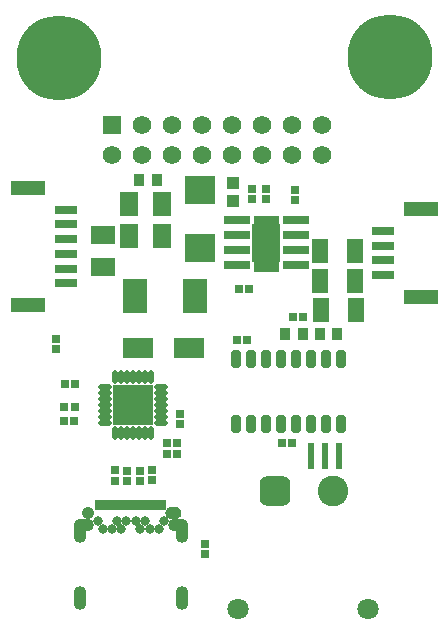
<source format=gts>
G04*
G04 #@! TF.GenerationSoftware,Altium Limited,Altium Designer,21.6.1 (37)*
G04*
G04 Layer_Color=8388736*
%FSLAX44Y44*%
%MOMM*%
G71*
G04*
G04 #@! TF.SameCoordinates,5872C4F4-FB42-489D-B6BF-DE351544A3BA*
G04*
G04*
G04 #@! TF.FilePolarity,Negative*
G04*
G01*
G75*
%ADD39R,1.1300X1.0900*%
%ADD40R,0.8000X0.7600*%
%ADD41R,0.7400X0.8000*%
%ADD42R,0.9000X1.1000*%
%ADD43R,1.3500X2.0200*%
%ADD44R,2.1700X0.8000*%
%ADD45R,2.3300X3.2000*%
%ADD46R,2.5000X2.4000*%
%ADD47R,1.5800X2.0200*%
%ADD48R,2.1050X2.9940*%
%ADD49R,2.0200X1.5800*%
%ADD50R,2.5300X1.7600*%
G04:AMPARAMS|DCode=51|XSize=1.21mm|YSize=0.47mm|CornerRadius=0.1675mm|HoleSize=0mm|Usage=FLASHONLY|Rotation=90.000|XOffset=0mm|YOffset=0mm|HoleType=Round|Shape=RoundedRectangle|*
%AMROUNDEDRECTD51*
21,1,1.2100,0.1350,0,0,90.0*
21,1,0.8750,0.4700,0,0,90.0*
1,1,0.3350,0.0675,0.4375*
1,1,0.3350,0.0675,-0.4375*
1,1,0.3350,-0.0675,-0.4375*
1,1,0.3350,-0.0675,0.4375*
%
%ADD51ROUNDEDRECTD51*%
G04:AMPARAMS|DCode=52|XSize=1.21mm|YSize=0.47mm|CornerRadius=0.1675mm|HoleSize=0mm|Usage=FLASHONLY|Rotation=180.000|XOffset=0mm|YOffset=0mm|HoleType=Round|Shape=RoundedRectangle|*
%AMROUNDEDRECTD52*
21,1,1.2100,0.1350,0,0,180.0*
21,1,0.8750,0.4700,0,0,180.0*
1,1,0.3350,-0.4375,0.0675*
1,1,0.3350,0.4375,0.0675*
1,1,0.3350,0.4375,-0.0675*
1,1,0.3350,-0.4375,-0.0675*
%
%ADD52ROUNDEDRECTD52*%
%ADD53R,3.4500X3.4500*%
%ADD54R,0.7600X0.8000*%
%ADD55R,0.8000X0.7400*%
%ADD56R,0.6000X2.2000*%
%ADD57R,0.5200X0.9000*%
G04:AMPARAMS|DCode=58|XSize=1.51mm|YSize=0.82mm|CornerRadius=0.1775mm|HoleSize=0mm|Usage=FLASHONLY|Rotation=90.000|XOffset=0mm|YOffset=0mm|HoleType=Round|Shape=RoundedRectangle|*
%AMROUNDEDRECTD58*
21,1,1.5100,0.4650,0,0,90.0*
21,1,1.1550,0.8200,0,0,90.0*
1,1,0.3550,0.2325,0.5775*
1,1,0.3550,0.2325,-0.5775*
1,1,0.3550,-0.2325,-0.5775*
1,1,0.3550,-0.2325,0.5775*
%
%ADD58ROUNDEDRECTD58*%
%ADD59R,2.9000X1.2000*%
%ADD60R,1.9000X0.8000*%
%ADD61R,1.9000X0.8000*%
%ADD62R,2.9000X1.2000*%
%ADD63C,7.2000*%
%ADD64C,0.6000*%
G04:AMPARAMS|DCode=65|XSize=2.6mm|YSize=2.6mm|CornerRadius=0.7mm|HoleSize=0mm|Usage=FLASHONLY|Rotation=90.000|XOffset=0mm|YOffset=0mm|HoleType=Round|Shape=RoundedRectangle|*
%AMROUNDEDRECTD65*
21,1,2.6000,1.2000,0,0,90.0*
21,1,1.2000,2.6000,0,0,90.0*
1,1,1.4000,0.6000,0.6000*
1,1,1.4000,0.6000,-0.6000*
1,1,1.4000,-0.6000,-0.6000*
1,1,1.4000,-0.6000,0.6000*
%
%ADD65ROUNDEDRECTD65*%
%ADD66C,2.6000*%
%ADD67C,1.8000*%
%ADD68O,1.1000X2.0000*%
%ADD69C,0.8000*%
%ADD70O,1.7000X1.1000*%
%ADD71C,1.0500*%
%ADD72C,1.5700*%
%ADD73R,1.5700X1.5700*%
G36*
X256799Y721D02*
X257341Y635D01*
X257872Y493D01*
X258385Y296D01*
X258875Y47D01*
X259336Y-253D01*
X259763Y-598D01*
X260152Y-987D01*
X260497Y-1414D01*
X260797Y-1875D01*
X261046Y-2365D01*
X261243Y-2878D01*
X261385Y-3408D01*
X261471Y-3951D01*
X261500Y-4500D01*
X261471Y-5049D01*
X261385Y-5591D01*
X261243Y-6122D01*
X261046Y-6635D01*
X260797Y-7125D01*
X260497Y-7586D01*
X260152Y-8013D01*
X259763Y-8401D01*
X259336Y-8747D01*
X258875Y-9047D01*
X258385Y-9296D01*
X257872Y-9493D01*
X257341Y-9635D01*
X256799Y-9721D01*
X256250Y-9750D01*
X253250D01*
X252701Y-9721D01*
X252158Y-9635D01*
X251628Y-9493D01*
X251115Y-9296D01*
X250625Y-9047D01*
X250164Y-8747D01*
X249737Y-8401D01*
X249349Y-8013D01*
X249003Y-7586D01*
X248703Y-7125D01*
X248454Y-6635D01*
X248257Y-6122D01*
X248115Y-5591D01*
X248029Y-5049D01*
X248000Y-4500D01*
X248029Y-3951D01*
X248115Y-3408D01*
X248257Y-2878D01*
X248454Y-2365D01*
X248703Y-1875D01*
X249003Y-1414D01*
X249349Y-987D01*
X249737Y-598D01*
X250164Y-253D01*
X250625Y47D01*
X251115Y296D01*
X251628Y493D01*
X252158Y635D01*
X252701Y721D01*
X253250Y750D01*
X256250D01*
X256799Y721D01*
D02*
G37*
G36*
X344000Y199650D02*
X323000D01*
Y247100D01*
X344000D01*
Y199650D01*
D02*
G37*
D39*
X305250Y274950D02*
D03*
Y259550D02*
D03*
D40*
X321500Y269600D02*
D03*
Y260900D02*
D03*
X333250D02*
D03*
Y269600D02*
D03*
X357500Y260150D02*
D03*
Y268850D02*
D03*
X155000Y142600D02*
D03*
Y133900D02*
D03*
X215500Y31350D02*
D03*
Y22650D02*
D03*
X205250Y31600D02*
D03*
Y22900D02*
D03*
X226250Y31350D02*
D03*
Y22650D02*
D03*
X260500Y70400D02*
D03*
Y79100D02*
D03*
X281500Y-30650D02*
D03*
Y-39350D02*
D03*
D41*
X310180Y185000D02*
D03*
X318820D02*
D03*
X364820Y161250D02*
D03*
X356180D02*
D03*
X257570Y55000D02*
D03*
X248930D02*
D03*
Y45250D02*
D03*
X257570D02*
D03*
X355570Y54750D02*
D03*
X346930D02*
D03*
X308680Y142000D02*
D03*
X317320D02*
D03*
D42*
X364500Y147000D02*
D03*
X349500D02*
D03*
X378500Y147000D02*
D03*
X393500D02*
D03*
X226000Y277500D02*
D03*
X241000D02*
D03*
D43*
X379900Y167500D02*
D03*
X409600D02*
D03*
X379050Y191750D02*
D03*
X408750D02*
D03*
X378650Y217250D02*
D03*
X408350D02*
D03*
D44*
X358250Y205050D02*
D03*
Y217750D02*
D03*
Y230450D02*
D03*
Y243150D02*
D03*
X308750D02*
D03*
Y230450D02*
D03*
Y217750D02*
D03*
Y205050D02*
D03*
D45*
X333500Y224100D02*
D03*
D46*
X277250Y220000D02*
D03*
Y269000D02*
D03*
D47*
X244940Y256750D02*
D03*
X217560D02*
D03*
X244940Y229750D02*
D03*
X217560D02*
D03*
D48*
X222600Y178750D02*
D03*
X273400D02*
D03*
D49*
X195000Y203560D02*
D03*
Y230940D02*
D03*
D50*
X267900Y134750D02*
D03*
X225100D02*
D03*
D51*
X205480Y63420D02*
D03*
X210480D02*
D03*
X215480D02*
D03*
X220480D02*
D03*
X225480D02*
D03*
X230480D02*
D03*
X235480D02*
D03*
Y110620D02*
D03*
X230480D02*
D03*
X225480D02*
D03*
X220480D02*
D03*
X215480D02*
D03*
X210480D02*
D03*
X205480D02*
D03*
D52*
X244080Y72020D02*
D03*
Y77020D02*
D03*
Y82020D02*
D03*
Y87020D02*
D03*
Y92020D02*
D03*
Y97020D02*
D03*
Y102020D02*
D03*
X196880D02*
D03*
Y97020D02*
D03*
Y92020D02*
D03*
Y87020D02*
D03*
Y82020D02*
D03*
Y77020D02*
D03*
Y72020D02*
D03*
D53*
X220480Y87020D02*
D03*
D54*
X163150Y105000D02*
D03*
X171850D02*
D03*
X162400Y85500D02*
D03*
X171100D02*
D03*
X161900Y73000D02*
D03*
X170600D02*
D03*
D55*
X237000Y31820D02*
D03*
Y23180D02*
D03*
D56*
X395000Y43250D02*
D03*
X383000D02*
D03*
X371000D02*
D03*
D57*
X246250Y2100D02*
D03*
X241250D02*
D03*
X236250D02*
D03*
X231250D02*
D03*
X226250D02*
D03*
X221250D02*
D03*
X216250D02*
D03*
X211250D02*
D03*
X206250D02*
D03*
X201250D02*
D03*
X196250D02*
D03*
X191250D02*
D03*
D58*
X320500Y70500D02*
D03*
X345900Y125500D02*
D03*
X307800Y70500D02*
D03*
X333200D02*
D03*
X345900D02*
D03*
X333200Y125500D02*
D03*
X358600D02*
D03*
X371300D02*
D03*
Y70500D02*
D03*
X396700Y125500D02*
D03*
X358600Y70500D02*
D03*
X384000D02*
D03*
Y125500D02*
D03*
X396700Y70500D02*
D03*
X320500Y125500D02*
D03*
X307800D02*
D03*
D59*
X464250Y178250D02*
D03*
Y252750D02*
D03*
D60*
X432250Y209250D02*
D03*
Y196750D02*
D03*
Y221750D02*
D03*
Y234250D02*
D03*
D61*
X163500Y252250D02*
D03*
Y239750D02*
D03*
Y227250D02*
D03*
Y214750D02*
D03*
Y202250D02*
D03*
Y189750D02*
D03*
D62*
X131500Y171250D02*
D03*
Y270750D02*
D03*
D63*
X438000Y381250D02*
D03*
X158000Y380750D02*
D03*
D64*
X326000Y224100D02*
D03*
X341000D02*
D03*
Y209100D02*
D03*
X326000D02*
D03*
Y239100D02*
D03*
X341000D02*
D03*
D65*
Y14250D02*
D03*
D66*
X390000D02*
D03*
D67*
X309758Y-85572D02*
D03*
X419740Y-86080D02*
D03*
D68*
X262050Y-76500D02*
D03*
X175450D02*
D03*
X262050Y-19500D02*
D03*
X175450D02*
D03*
D69*
X242750Y-18000D02*
D03*
X234750D02*
D03*
X226750D02*
D03*
X194750D02*
D03*
X202750D02*
D03*
X210750D02*
D03*
X246750Y-11000D02*
D03*
X230750D02*
D03*
X222750D02*
D03*
X190750D02*
D03*
X206750D02*
D03*
X214750D02*
D03*
D70*
X178700Y-14500D02*
D03*
X258800D02*
D03*
D71*
X254750Y-4500D02*
D03*
X182750D02*
D03*
D72*
X202400Y298500D02*
D03*
X227800D02*
D03*
Y323900D02*
D03*
X253200Y298500D02*
D03*
Y323900D02*
D03*
X278600Y298500D02*
D03*
Y323900D02*
D03*
X304000Y298500D02*
D03*
Y323900D02*
D03*
X329400Y298500D02*
D03*
Y323900D02*
D03*
X354800Y298500D02*
D03*
Y323900D02*
D03*
X380200Y298500D02*
D03*
Y323900D02*
D03*
D73*
X202400D02*
D03*
M02*

</source>
